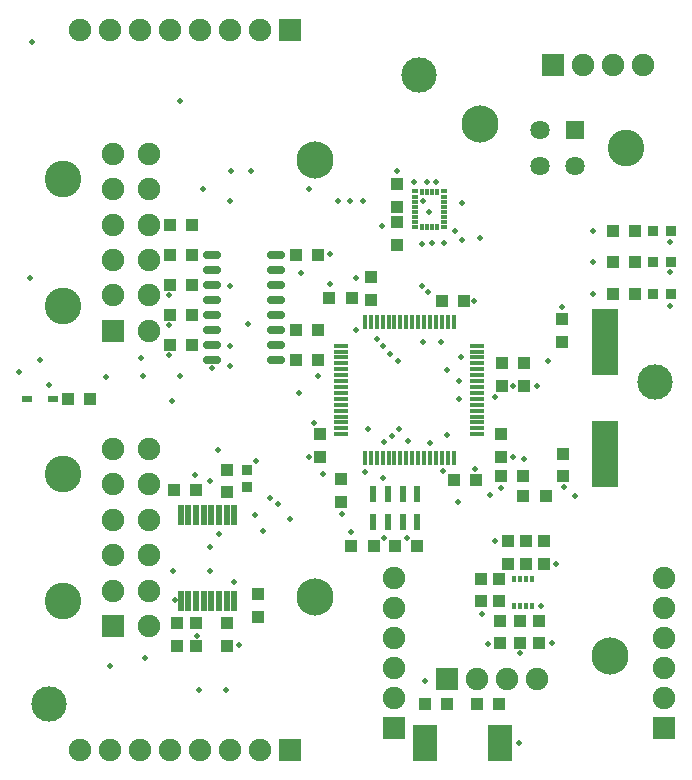
<source format=gts>
G04*
G04 #@! TF.GenerationSoftware,Altium Limited,Altium Designer,20.0.11 (256)*
G04*
G04 Layer_Color=8388736*
%FSLAX44Y44*%
%MOMM*%
G71*
G01*
G75*
%ADD16R,0.9000X0.9000*%
%ADD21R,0.9000X0.9000*%
%ADD29R,0.6300X1.4100*%
%ADD30R,1.0000X1.0000*%
%ADD31R,2.1000X3.1000*%
%ADD32C,3.0000*%
%ADD33O,1.5500X0.7000*%
%ADD34R,0.4000X0.6200*%
%ADD35R,1.0000X1.0000*%
%ADD36R,0.6300X0.3800*%
%ADD37R,0.3800X0.6300*%
%ADD38R,2.2000X5.7000*%
%ADD39R,0.6000X1.7500*%
%ADD40R,1.3000X0.4000*%
%ADD41R,0.4000X1.3000*%
%ADD42R,0.9000X0.6000*%
%ADD43C,3.1480*%
%ADD44C,1.6300*%
%ADD45R,1.6300X1.6300*%
%ADD46C,3.1000*%
%ADD47R,1.9000X1.9000*%
%ADD48C,1.9000*%
%ADD49R,1.9000X1.9000*%
%ADD50C,0.5000*%
D16*
X561340Y459740D02*
D03*
X546340D02*
D03*
X561340Y433070D02*
D03*
X546340D02*
D03*
X561340Y406400D02*
D03*
X546340D02*
D03*
D21*
X202500Y242522D02*
D03*
Y257522D02*
D03*
D29*
X322000Y237000D02*
D03*
X334500D02*
D03*
X347000D02*
D03*
Y213000D02*
D03*
X334500D02*
D03*
X322000D02*
D03*
X309500Y237000D02*
D03*
Y213000D02*
D03*
D30*
X156210Y388620D02*
D03*
X137210D02*
D03*
X156210Y363220D02*
D03*
X137210D02*
D03*
X243840Y350520D02*
D03*
X262840D02*
D03*
X243840Y375920D02*
D03*
X262840D02*
D03*
X243840Y439420D02*
D03*
X262840D02*
D03*
X156210D02*
D03*
X137210D02*
D03*
Y464820D02*
D03*
X156210D02*
D03*
X137210Y414020D02*
D03*
X156210D02*
D03*
X416000Y59000D02*
D03*
X397000D02*
D03*
X50850Y317500D02*
D03*
X69850D02*
D03*
X353000Y59000D02*
D03*
X372000D02*
D03*
X310000Y193000D02*
D03*
X291000D02*
D03*
X328000Y193000D02*
D03*
X347000D02*
D03*
X512340Y459740D02*
D03*
X531340D02*
D03*
X512340Y433070D02*
D03*
X531340D02*
D03*
X512340Y406400D02*
D03*
X531340D02*
D03*
X436501Y252563D02*
D03*
X417501D02*
D03*
X455500Y235000D02*
D03*
X436500D02*
D03*
X140500Y240520D02*
D03*
X159501D02*
D03*
X377500Y248520D02*
D03*
X396501D02*
D03*
X367501Y400520D02*
D03*
X386501D02*
D03*
X291501Y402520D02*
D03*
X272500D02*
D03*
D31*
X353000Y26000D02*
D03*
X417000D02*
D03*
D32*
X348000Y592000D02*
D03*
X548000Y332000D02*
D03*
X35000Y59000D02*
D03*
D33*
X227500Y350500D02*
D03*
Y363200D02*
D03*
Y375900D02*
D03*
Y388600D02*
D03*
Y401300D02*
D03*
Y414000D02*
D03*
Y426700D02*
D03*
Y439400D02*
D03*
X173000Y350500D02*
D03*
Y363200D02*
D03*
Y375900D02*
D03*
Y388600D02*
D03*
Y401300D02*
D03*
Y414000D02*
D03*
Y426700D02*
D03*
Y439400D02*
D03*
D34*
X443750Y164920D02*
D03*
X438750D02*
D03*
X433750D02*
D03*
X428750D02*
D03*
X443750Y142420D02*
D03*
X438750D02*
D03*
X433750D02*
D03*
X428750D02*
D03*
D35*
X454030Y177800D02*
D03*
Y196800D02*
D03*
X438790Y177800D02*
D03*
Y196800D02*
D03*
X417200Y129490D02*
D03*
Y110490D02*
D03*
X433710Y129490D02*
D03*
Y110490D02*
D03*
X450220Y129540D02*
D03*
Y110540D02*
D03*
X423550Y196800D02*
D03*
Y177800D02*
D03*
X330000Y480000D02*
D03*
Y499000D02*
D03*
Y467000D02*
D03*
Y448000D02*
D03*
X400690Y165100D02*
D03*
Y146100D02*
D03*
X415930Y165100D02*
D03*
Y146100D02*
D03*
X185501Y257520D02*
D03*
Y238520D02*
D03*
Y127563D02*
D03*
Y108562D02*
D03*
X159500Y127563D02*
D03*
Y108562D02*
D03*
X212000Y133000D02*
D03*
Y152000D02*
D03*
X143000Y127500D02*
D03*
Y108500D02*
D03*
X282501Y249520D02*
D03*
Y230520D02*
D03*
X307501Y401520D02*
D03*
Y420520D02*
D03*
X469501Y385020D02*
D03*
Y366020D02*
D03*
X470500Y252020D02*
D03*
Y271020D02*
D03*
X437500Y347520D02*
D03*
Y328520D02*
D03*
X418501Y347520D02*
D03*
Y328520D02*
D03*
X417501Y287520D02*
D03*
Y268520D02*
D03*
X264501Y287520D02*
D03*
Y268520D02*
D03*
D36*
X344800Y462950D02*
D03*
X369200D02*
D03*
Y467250D02*
D03*
Y471550D02*
D03*
Y475850D02*
D03*
Y480150D02*
D03*
Y484450D02*
D03*
Y488750D02*
D03*
Y493050D02*
D03*
X344800D02*
D03*
Y488750D02*
D03*
Y484450D02*
D03*
Y480150D02*
D03*
Y475850D02*
D03*
Y471550D02*
D03*
Y467250D02*
D03*
D37*
X350550Y463300D02*
D03*
X354850D02*
D03*
X359150D02*
D03*
X363450D02*
D03*
Y492700D02*
D03*
X359150D02*
D03*
X354850D02*
D03*
X350550D02*
D03*
D38*
X505793Y271020D02*
D03*
Y366020D02*
D03*
D39*
X192001Y219020D02*
D03*
X185501D02*
D03*
X179000D02*
D03*
X172500D02*
D03*
X166000D02*
D03*
X159501D02*
D03*
X153000D02*
D03*
X146501D02*
D03*
X192001Y146520D02*
D03*
X185501D02*
D03*
X179000D02*
D03*
X172500D02*
D03*
X166000D02*
D03*
X159501D02*
D03*
X153000D02*
D03*
X146501D02*
D03*
D40*
X397501Y287500D02*
D03*
Y292500D02*
D03*
Y297500D02*
D03*
Y302500D02*
D03*
Y307500D02*
D03*
Y312500D02*
D03*
Y317500D02*
D03*
Y322500D02*
D03*
Y327500D02*
D03*
Y332500D02*
D03*
Y337500D02*
D03*
Y342500D02*
D03*
Y347500D02*
D03*
Y352500D02*
D03*
Y357500D02*
D03*
Y362500D02*
D03*
X282501D02*
D03*
Y357500D02*
D03*
Y352500D02*
D03*
Y347500D02*
D03*
Y342500D02*
D03*
Y337500D02*
D03*
Y332500D02*
D03*
Y327500D02*
D03*
Y322500D02*
D03*
Y317500D02*
D03*
Y312500D02*
D03*
Y307500D02*
D03*
Y302500D02*
D03*
Y297500D02*
D03*
Y292500D02*
D03*
Y287500D02*
D03*
D41*
X377500Y382500D02*
D03*
X372501D02*
D03*
X367501D02*
D03*
X362500D02*
D03*
X357501D02*
D03*
X352500D02*
D03*
X347500D02*
D03*
X342501D02*
D03*
X337500D02*
D03*
X332501D02*
D03*
X327500D02*
D03*
X322500D02*
D03*
X317501D02*
D03*
X312500D02*
D03*
X307501D02*
D03*
X302501D02*
D03*
Y267500D02*
D03*
X307501D02*
D03*
X312500D02*
D03*
X317501D02*
D03*
X322500D02*
D03*
X327500D02*
D03*
X332501D02*
D03*
X337500D02*
D03*
X342501D02*
D03*
X347500D02*
D03*
X352500D02*
D03*
X357501D02*
D03*
X362500D02*
D03*
X367501D02*
D03*
X372501D02*
D03*
X377500D02*
D03*
D42*
X38150Y317500D02*
D03*
X16150D02*
D03*
D43*
X400000Y550000D02*
D03*
X510000Y100000D02*
D03*
X260000Y150000D02*
D03*
Y520000D02*
D03*
D44*
X450400Y515000D02*
D03*
Y545000D02*
D03*
X480400Y515000D02*
D03*
D45*
Y545000D02*
D03*
D46*
X523600Y530000D02*
D03*
X46501Y253500D02*
D03*
Y146500D02*
D03*
X46500Y503500D02*
D03*
Y396500D02*
D03*
D47*
X327001Y38500D02*
D03*
X555601D02*
D03*
X89501Y125000D02*
D03*
X89500Y375000D02*
D03*
D48*
X327001Y63900D02*
D03*
Y89300D02*
D03*
Y114700D02*
D03*
X326999Y140101D02*
D03*
X327000Y165500D02*
D03*
X555601Y63900D02*
D03*
Y89300D02*
D03*
Y114700D02*
D03*
X555599Y140101D02*
D03*
X555600Y165500D02*
D03*
X538100Y600000D02*
D03*
X512700D02*
D03*
X487300D02*
D03*
X448100Y80000D02*
D03*
X422700D02*
D03*
X397300D02*
D03*
X61097Y630000D02*
D03*
X86497D02*
D03*
X213497Y629999D02*
D03*
X188097D02*
D03*
X162697D02*
D03*
X137295Y630001D02*
D03*
X111896Y630000D02*
D03*
X61097Y20000D02*
D03*
X86497D02*
D03*
X213497Y19999D02*
D03*
X188097D02*
D03*
X162697D02*
D03*
X137295Y20001D02*
D03*
X111896Y20000D02*
D03*
X119501Y125000D02*
D03*
X89501Y155000D02*
D03*
X119501D02*
D03*
X89501Y185000D02*
D03*
X119501D02*
D03*
X89501Y215000D02*
D03*
X119501D02*
D03*
X89501Y245000D02*
D03*
X119501D02*
D03*
X89501Y275000D02*
D03*
X119501D02*
D03*
X119500Y375000D02*
D03*
X89500Y405000D02*
D03*
X119500D02*
D03*
X89500Y435000D02*
D03*
X119500D02*
D03*
X89500Y465000D02*
D03*
X119500D02*
D03*
X89500Y495000D02*
D03*
X119500D02*
D03*
X89500Y525000D02*
D03*
X119500D02*
D03*
D49*
X461900Y600000D02*
D03*
X371900Y80000D02*
D03*
X238897Y629999D02*
D03*
Y19999D02*
D03*
D50*
X353000Y79000D02*
D03*
X480000Y235000D02*
D03*
X87000Y91000D02*
D03*
X159000Y253000D02*
D03*
X116441Y98060D02*
D03*
X162000Y71120D02*
D03*
X139000Y316000D02*
D03*
X178000Y274000D02*
D03*
X239000Y215412D02*
D03*
X400000Y454000D02*
D03*
X385000Y452000D02*
D03*
X248000Y424000D02*
D03*
X210000Y265000D02*
D03*
X216000Y206000D02*
D03*
X141448Y146941D02*
D03*
X21000Y620000D02*
D03*
X188326Y485240D02*
D03*
X137000Y405000D02*
D03*
Y380000D02*
D03*
Y355000D02*
D03*
X173000Y344000D02*
D03*
X262840Y337160D02*
D03*
X196000Y109000D02*
D03*
X160000Y117000D02*
D03*
X433000Y26000D02*
D03*
X317000Y464000D02*
D03*
X35000Y329000D02*
D03*
X113000Y352000D02*
D03*
X10000Y340000D02*
D03*
X402000Y135000D02*
D03*
X372000Y287000D02*
D03*
X464000Y178000D02*
D03*
X408000Y236000D02*
D03*
X381000Y230000D02*
D03*
X384886Y483270D02*
D03*
X357000Y476000D02*
D03*
X434000Y102000D02*
D03*
X407000Y110000D02*
D03*
X461000Y111000D02*
D03*
X452000Y142000D02*
D03*
X413000Y197000D02*
D03*
X469000Y395000D02*
D03*
X448000Y328000D02*
D03*
X427976Y328123D02*
D03*
X471000Y243000D02*
D03*
X358000Y280000D02*
D03*
X369000Y256000D02*
D03*
X418000Y242000D02*
D03*
X428000Y268000D02*
D03*
X396000Y258000D02*
D03*
X338000Y200000D02*
D03*
X319000D02*
D03*
X291000Y205000D02*
D03*
X283000Y220000D02*
D03*
X255000Y268000D02*
D03*
X295000Y376000D02*
D03*
X273000Y440000D02*
D03*
Y415000D02*
D03*
X295000Y420000D02*
D03*
X352000Y485000D02*
D03*
X363000Y501000D02*
D03*
X355000D02*
D03*
X344000D02*
D03*
X330000Y510000D02*
D03*
X395000Y400000D02*
D03*
X561000Y396000D02*
D03*
Y425000D02*
D03*
Y450000D02*
D03*
X27000Y350000D02*
D03*
X19000Y420000D02*
D03*
X146000Y570000D02*
D03*
X206000Y510000D02*
D03*
X189000Y510000D02*
D03*
X255000Y495000D02*
D03*
X280000Y485000D02*
D03*
X290000D02*
D03*
X300990D02*
D03*
X83000Y336000D02*
D03*
X185000Y71000D02*
D03*
X495300Y459740D02*
D03*
X317500Y361950D02*
D03*
X495300Y433070D02*
D03*
X323850Y355600D02*
D03*
X495300Y406400D02*
D03*
X330200Y349250D02*
D03*
X246380Y322580D02*
D03*
X203200Y381000D02*
D03*
X259080Y297180D02*
D03*
X209205Y219365D02*
D03*
X222250Y233680D02*
D03*
X179070Y203200D02*
D03*
X228600Y228600D02*
D03*
X383540Y353060D02*
D03*
X457200Y349250D02*
D03*
X266700Y254000D02*
D03*
X304800Y292100D02*
D03*
X171450Y171450D02*
D03*
Y191770D02*
D03*
Y247650D02*
D03*
X187960Y345440D02*
D03*
Y361950D02*
D03*
Y412750D02*
D03*
X114300Y336550D02*
D03*
X146050D02*
D03*
X312420Y368300D02*
D03*
X378460Y459740D02*
D03*
X367030Y365760D02*
D03*
X351790D02*
D03*
X350520Y448310D02*
D03*
X369570Y449580D02*
D03*
X355600Y407670D02*
D03*
X359410Y449580D02*
D03*
X350520Y412750D02*
D03*
X436880Y266700D02*
D03*
X412750Y318770D02*
D03*
X339090Y281940D02*
D03*
X317500Y250190D02*
D03*
X318770Y280670D02*
D03*
X165100Y495300D02*
D03*
X372110Y341630D02*
D03*
X382270Y332740D02*
D03*
X331470Y292100D02*
D03*
X382270Y317500D02*
D03*
X325199Y285750D02*
D03*
X302260Y255270D02*
D03*
X139700Y171450D02*
D03*
X191770Y162560D02*
D03*
M02*

</source>
